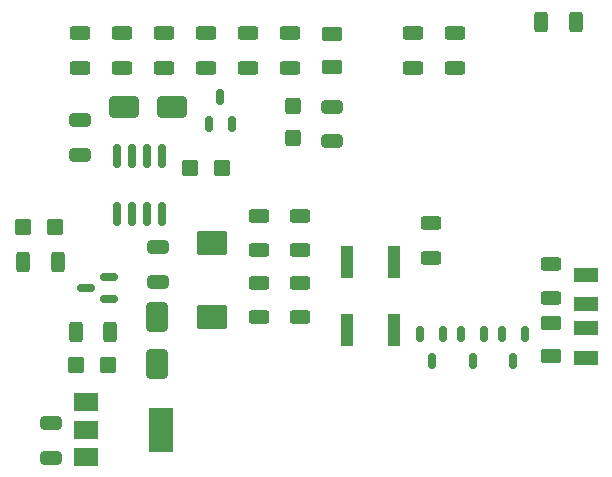
<source format=gbr>
%TF.GenerationSoftware,KiCad,Pcbnew,7.0.5*%
%TF.CreationDate,2023-11-16T23:15:32+01:00*%
%TF.ProjectId,STGSv0.2,53544753-7630-42e3-922e-6b696361645f,rev?*%
%TF.SameCoordinates,Original*%
%TF.FileFunction,Paste,Top*%
%TF.FilePolarity,Positive*%
%FSLAX46Y46*%
G04 Gerber Fmt 4.6, Leading zero omitted, Abs format (unit mm)*
G04 Created by KiCad (PCBNEW 7.0.5) date 2023-11-16 23:15:32*
%MOMM*%
%LPD*%
G01*
G04 APERTURE LIST*
G04 Aperture macros list*
%AMRoundRect*
0 Rectangle with rounded corners*
0 $1 Rounding radius*
0 $2 $3 $4 $5 $6 $7 $8 $9 X,Y pos of 4 corners*
0 Add a 4 corners polygon primitive as box body*
4,1,4,$2,$3,$4,$5,$6,$7,$8,$9,$2,$3,0*
0 Add four circle primitives for the rounded corners*
1,1,$1+$1,$2,$3*
1,1,$1+$1,$4,$5*
1,1,$1+$1,$6,$7*
1,1,$1+$1,$8,$9*
0 Add four rect primitives between the rounded corners*
20,1,$1+$1,$2,$3,$4,$5,0*
20,1,$1+$1,$4,$5,$6,$7,0*
20,1,$1+$1,$6,$7,$8,$9,0*
20,1,$1+$1,$8,$9,$2,$3,0*%
G04 Aperture macros list end*
%ADD10RoundRect,0.250000X1.025000X-0.787500X1.025000X0.787500X-1.025000X0.787500X-1.025000X-0.787500X0*%
%ADD11RoundRect,0.250000X0.650000X-0.325000X0.650000X0.325000X-0.650000X0.325000X-0.650000X-0.325000X0*%
%ADD12RoundRect,0.250000X-0.625000X0.312500X-0.625000X-0.312500X0.625000X-0.312500X0.625000X0.312500X0*%
%ADD13R,2.000000X1.500000*%
%ADD14R,2.000000X3.800000*%
%ADD15RoundRect,0.150000X-0.150000X0.512500X-0.150000X-0.512500X0.150000X-0.512500X0.150000X0.512500X0*%
%ADD16RoundRect,0.250000X0.625000X-0.312500X0.625000X0.312500X-0.625000X0.312500X-0.625000X-0.312500X0*%
%ADD17R,1.000000X2.750000*%
%ADD18RoundRect,0.150000X0.150000X-0.512500X0.150000X0.512500X-0.150000X0.512500X-0.150000X-0.512500X0*%
%ADD19RoundRect,0.150000X0.150000X-0.825000X0.150000X0.825000X-0.150000X0.825000X-0.150000X-0.825000X0*%
%ADD20RoundRect,0.250000X0.312500X0.625000X-0.312500X0.625000X-0.312500X-0.625000X0.312500X-0.625000X0*%
%ADD21RoundRect,0.250000X-0.450000X-0.425000X0.450000X-0.425000X0.450000X0.425000X-0.450000X0.425000X0*%
%ADD22R,2.000000X1.200000*%
%ADD23RoundRect,0.250000X0.625000X-0.375000X0.625000X0.375000X-0.625000X0.375000X-0.625000X-0.375000X0*%
%ADD24RoundRect,0.250000X0.450000X0.425000X-0.450000X0.425000X-0.450000X-0.425000X0.450000X-0.425000X0*%
%ADD25RoundRect,0.150000X0.587500X0.150000X-0.587500X0.150000X-0.587500X-0.150000X0.587500X-0.150000X0*%
%ADD26RoundRect,0.250000X-0.650000X0.325000X-0.650000X-0.325000X0.650000X-0.325000X0.650000X0.325000X0*%
%ADD27RoundRect,0.250000X1.000000X0.650000X-1.000000X0.650000X-1.000000X-0.650000X1.000000X-0.650000X0*%
%ADD28RoundRect,0.250000X-0.650000X1.000000X-0.650000X-1.000000X0.650000X-1.000000X0.650000X1.000000X0*%
%ADD29RoundRect,0.250000X-0.425000X0.450000X-0.425000X-0.450000X0.425000X-0.450000X0.425000X0.450000X0*%
G04 APERTURE END LIST*
D10*
%TO.C,C9*%
X48895000Y-117412500D03*
X48895000Y-111187500D03*
%TD*%
D11*
%TO.C,C7*%
X35255200Y-129338600D03*
X35255200Y-126388600D03*
%TD*%
D12*
%TO.C,R7*%
X65913000Y-93393800D03*
X65913000Y-96318800D03*
%TD*%
D11*
%TO.C,C8*%
X44323000Y-114505000D03*
X44323000Y-111555000D03*
%TD*%
D13*
%TO.C,U2*%
X38248200Y-124674600D03*
X38248200Y-126974600D03*
D14*
X44548200Y-126974600D03*
D13*
X38248200Y-129274600D03*
%TD*%
D15*
%TO.C,Q4*%
X71907400Y-118897400D03*
X70007400Y-118897400D03*
X70957400Y-121172400D03*
%TD*%
D16*
%TO.C,R6*%
X55499000Y-96318800D03*
X55499000Y-93393800D03*
%TD*%
D17*
%TO.C,SW1*%
X60280798Y-118572001D03*
X60280798Y-112821999D03*
X64280800Y-118572001D03*
X64280800Y-112821999D03*
%TD*%
D18*
%TO.C,Q2*%
X48646000Y-101079300D03*
X50546000Y-101079300D03*
X49596000Y-98804300D03*
%TD*%
D19*
%TO.C,U3*%
X40868600Y-108761300D03*
X42138600Y-108761300D03*
X43408600Y-108761300D03*
X44678600Y-108761300D03*
X44678600Y-103811300D03*
X43408600Y-103811300D03*
X42138600Y-103811300D03*
X40868600Y-103811300D03*
%TD*%
D20*
%TO.C,R10*%
X79694500Y-92456000D03*
X76769500Y-92456000D03*
%TD*%
D11*
%TO.C,C1*%
X37719000Y-103695500D03*
X37719000Y-100745500D03*
%TD*%
D12*
%TO.C,R18*%
X77622400Y-112939100D03*
X77622400Y-115864100D03*
%TD*%
D16*
%TO.C,R17*%
X67437000Y-112409700D03*
X67437000Y-109484700D03*
%TD*%
D12*
%TO.C,R14*%
X56335400Y-108858600D03*
X56335400Y-111783600D03*
%TD*%
D21*
%TO.C,C5*%
X32874500Y-109855000D03*
X35574500Y-109855000D03*
%TD*%
D16*
%TO.C,R4*%
X48387000Y-96318800D03*
X48387000Y-93393800D03*
%TD*%
D22*
%TO.C,J8*%
X80562400Y-113873400D03*
X80562400Y-116373400D03*
X80562400Y-118373400D03*
X80562400Y-120873400D03*
%TD*%
D20*
%TO.C,R11*%
X35814000Y-112776000D03*
X32889000Y-112776000D03*
%TD*%
D23*
%TO.C,D5*%
X77622400Y-120754600D03*
X77622400Y-117954600D03*
%TD*%
%TO.C,D1*%
X59055000Y-96256300D03*
X59055000Y-93456300D03*
%TD*%
D24*
%TO.C,C6*%
X40081200Y-121513600D03*
X37381200Y-121513600D03*
%TD*%
D15*
%TO.C,Q5*%
X75351600Y-118885500D03*
X73451600Y-118885500D03*
X74401600Y-121160500D03*
%TD*%
D16*
%TO.C,R3*%
X44831000Y-96318800D03*
X44831000Y-93393800D03*
%TD*%
D12*
%TO.C,R1*%
X37719000Y-93393800D03*
X37719000Y-96318800D03*
%TD*%
D25*
%TO.C,Q1*%
X40132000Y-115946000D03*
X40132000Y-114046000D03*
X38257000Y-114996000D03*
%TD*%
D15*
%TO.C,Q3*%
X68437800Y-118902900D03*
X66537800Y-118902900D03*
X67487800Y-121177900D03*
%TD*%
D20*
%TO.C,R12*%
X40273700Y-118719600D03*
X37348700Y-118719600D03*
%TD*%
D16*
%TO.C,R8*%
X69469000Y-96318800D03*
X69469000Y-93393800D03*
%TD*%
%TO.C,R5*%
X51943000Y-96318800D03*
X51943000Y-93393800D03*
%TD*%
D12*
%TO.C,R13*%
X52906400Y-108858600D03*
X52906400Y-111783600D03*
%TD*%
D21*
%TO.C,C2*%
X47062400Y-104813100D03*
X49762400Y-104813100D03*
%TD*%
D12*
%TO.C,R16*%
X56337200Y-114539300D03*
X56337200Y-117464300D03*
%TD*%
D26*
%TO.C,C4*%
X59070400Y-99627000D03*
X59070400Y-102577000D03*
%TD*%
D12*
%TO.C,R2*%
X41275000Y-93393800D03*
X41275000Y-96318800D03*
%TD*%
D27*
%TO.C,D6*%
X45466000Y-99656900D03*
X41466000Y-99656900D03*
%TD*%
D12*
%TO.C,R15*%
X52908200Y-114539300D03*
X52908200Y-117464300D03*
%TD*%
D28*
%TO.C,D4*%
X44196000Y-117432600D03*
X44196000Y-121432600D03*
%TD*%
D29*
%TO.C,C3*%
X55768400Y-99616100D03*
X55768400Y-102316100D03*
%TD*%
M02*

</source>
